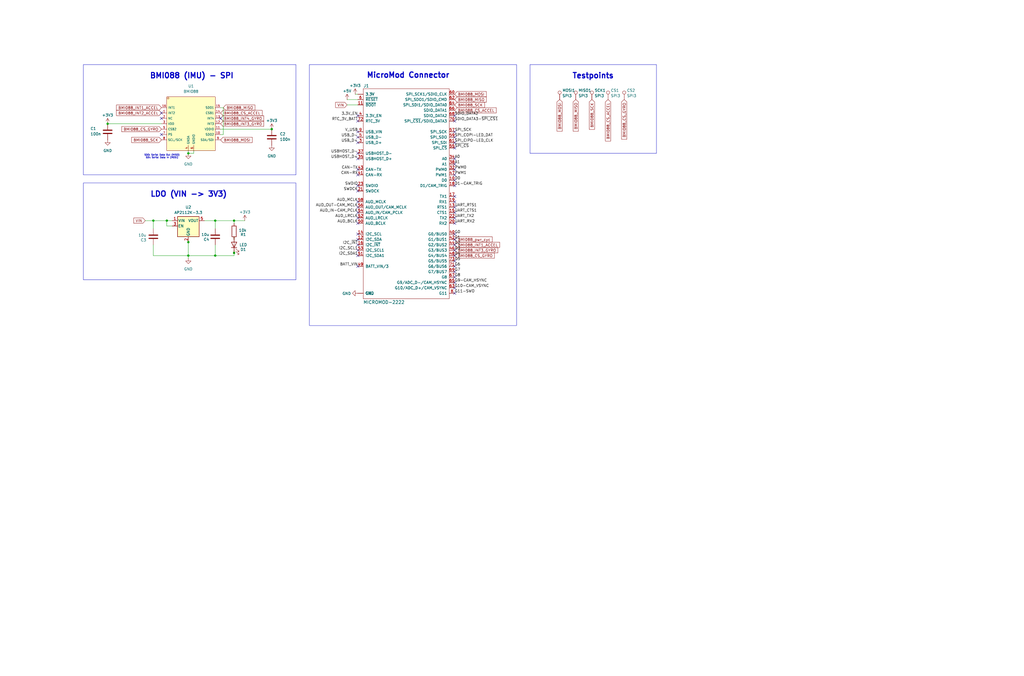
<source format=kicad_sch>
(kicad_sch (version 20250114) (generator "eeschema") (generator_version "9.0")
  (paper "User" 483.387 319.227)
  (lib_symbols
    (symbol "BMI088:BMI088"
      (property "Reference" "U" (at 0 1.27 0))
      (property "Value" "BMI088" (at 0 -2.54 0))
      (symbol "BMI088_0_1"
        (rectangle (start -11.43 12.7) (end 11.43 -12.7) (fill (type background)))
        (circle (center -10.795 12.065) (radius 0.381) (fill (type background)))
        (pin unspecified line (at -13.97 7.62 0) (length 2.54) (name "INT1") (number "16"))
        (pin unspecified line (at -13.97 5.08 0) (length 2.54) (name "INT2") (number "1"))
        (pin unspecified line (at -13.97 2.54 0) (length 2.54) (name "NC") (number "2"))
        (pin unspecified line (at -13.97 0 0) (length 2.54) (name "VDD") (number "3"))
        (pin unspecified line (at -13.97 -2.54 0) (length 2.54) (name "CSB2") (number "5"))
        (pin unspecified line (at -13.97 -5.08 0) (length 2.54) (name "PS") (number "7"))
        (pin unspecified line (at -13.97 -7.62 0) (length 2.54) (name "SCL/SCK") (number "8"))
        (pin unspecified line (at -1.27 -12.7 90) (length 2.54) (name "GNDA") (number "4"))
        (pin unspecified line (at 1.27 -12.7 90) (length 2.54) (name "GNDIO") (number "6"))
        (pin unspecified line (at 13.97 7.62 180) (length 2.54) (name "SDO1") (number "15"))
        (pin unspecified line (at 13.97 5.08 180) (length 2.54) (name "CSB1") (number "14"))
        (pin unspecified line (at 13.97 2.54 180) (length 2.54) (name "INT4") (number "13"))
        (pin unspecified line (at 13.97 0 180) (length 2.54) (name "INT3") (number "12"))
        (pin unspecified line (at 13.97 -2.54 180) (length 2.54) (name "VDDIO") (number "11"))
        (pin unspecified line (at 13.97 -5.08 180) (length 2.54) (name "SDO2") (number "10"))
        (pin unspecified line (at 13.97 -7.62 180) (length 2.54) (name "SDA/SDI") (number "9"))
      )
    )
    (symbol "Connector:TestPoint" (pin_numbers (hide yes)) (pin_names (offset 0.762) (hide yes))
      (property "Reference" "TP" (at 0 6.858 0))
      (property "Value" "TestPoint" (at 0 5.08 0))
      (symbol "TestPoint_0_1"
        (circle (center 0 3.302) (radius 0.762))
      )
      (symbol "TestPoint_1_1"
        (pin passive line (at 0 0 90) (length 2.54) (name "1") (number "1"))
      )
    )
    (symbol "Device:C" (pin_numbers (hide yes)) (pin_names (offset 0.254))
      (property "Reference" "C" (at 0.635 2.54 0))
      (property "Value" "C" (at 0.635 -2.54 0))
      (symbol "C_0_1"
        (polyline (pts (xy -2.032 0.762) (xy 2.032 0.762)) (stroke (width 0.508)))
        (polyline (pts (xy -2.032 -0.762) (xy 2.032 -0.762)) (stroke (width 0.508)))
      )
      (symbol "C_1_1"
        (pin passive line (at 0 3.81 270) (length 2.794) (name "~") (number "1"))
        (pin passive line (at 0 -3.81 90) (length 2.794) (name "~") (number "2"))
      )
    )
    (symbol "Device:LED" (pin_numbers (hide yes)) (pin_names (offset 1.016) (hide yes))
      (property "Reference" "D" (at 0 2.54 0))
      (property "Value" "LED" (at 0 -2.54 0))
      (symbol "LED_0_1"
        (polyline (pts (xy -3.048 -0.762) (xy -4.572 -2.286) (xy -3.81 -2.286) (xy -4.572 -2.286) (xy -4.572 -1.524)))
        (polyline (pts (xy -1.778 -0.762) (xy -3.302 -2.286) (xy -2.54 -2.286) (xy -3.302 -2.286) (xy -3.302 -1.524)))
        (polyline (pts (xy -1.27 0) (xy 1.27 0)))
        (polyline (pts (xy -1.27 -1.27) (xy -1.27 1.27)) (stroke (width 0.254)))
        (polyline (pts (xy 1.27 -1.27) (xy 1.27 1.27) (xy -1.27 0) (xy 1.27 -1.27)) (stroke (width 0.254)))
      )
      (symbol "LED_1_1"
        (pin passive line (at -3.81 0 0) (length 2.54) (name "K") (number "1"))
        (pin passive line (at 3.81 0 180) (length 2.54) (name "A") (number "2"))
      )
    )
    (symbol "Device:R" (pin_numbers (hide yes)) (pin_names (offset 0))
      (property "Reference" "R" (at 2.032 0 90))
      (property "Value" "R" (at 0 0 90))
      (symbol "R_0_1"
        (rectangle (start -1.016 -2.54) (end 1.016 2.54) (stroke (width 0.254)))
      )
      (symbol "R_1_1"
        (pin passive line (at 0 3.81 270) (length 1.27) (name "~") (number "1"))
        (pin passive line (at 0 -3.81 90) (length 1.27) (name "~") (number "2"))
      )
    )
    (symbol "MicroMod_Processor_Board_(2):MICROMOD-2222" (pin_names (offset 1.016))
      (property "Reference" "J" (at -20.32 53.848 0))
      (property "Value" "MICROMOD-2222" (at -20.32 -48.26 0))
      (symbol "MICROMOD-2222_1_0"
        (polyline (pts (xy -20.32 53.34) (xy 20.32 53.34)))
        (polyline (pts (xy -20.32 -45.72) (xy -20.32 53.34)))
        (polyline (pts (xy 20.32 53.34) (xy 20.32 -45.72)))
        (polyline (pts (xy 20.32 -45.72) (xy -20.32 -45.72)))
        (pin bidirectional line (at -22.86 50.8 0) (length 2.54) (name "3.3V") (number "2"))
        (pin bidirectional line (at -22.86 50.8 0) (length 2.54) (name "3.3V") (number "74"))
        (pin bidirectional line (at -22.86 48.26 0) (length 2.54) (name "~{RESET}") (number "6"))
        (pin bidirectional line (at -22.86 45.72 0) (length 2.54) (name "~{BOOT}") (number "11"))
        (pin bidirectional line (at -22.86 40.64 0) (length 2.54) (name "3.3V_EN") (number "4"))
        (pin bidirectional line (at -22.86 38.1 0) (length 2.54) (name "RTC_3V") (number "72"))
        (pin bidirectional line (at -22.86 33.02 0) (length 2.54) (name "USB_VIN") (number "9"))
        (pin bidirectional line (at -22.86 30.48 0) (length 2.54) (name "USB_D-") (number "5"))
        (pin bidirectional line (at -22.86 27.94 0) (length 2.54) (name "USB_D+") (number "3"))
        (pin bidirectional line (at -22.86 22.86 0) (length 2.54) (name "USBHOST_D-") (number "37"))
        (pin bidirectional line (at -22.86 20.32 0) (length 2.54) (name "USBHOST_D+") (number "35"))
        (pin bidirectional line (at -22.86 15.24 0) (length 2.54) (name "CAN-TX") (number "43"))
        (pin bidirectional line (at -22.86 12.7 0) (length 2.54) (name "CAN-RX") (number "41"))
        (pin bidirectional line (at -22.86 7.62 0) (length 2.54) (name "SWDIO") (number "23"))
        (pin bidirectional line (at -22.86 5.08 0) (length 2.54) (name "SWDCK") (number "21"))
        (pin bidirectional line (at -22.86 0 0) (length 2.54) (name "AUD_MCLK") (number "58"))
        (pin bidirectional line (at -22.86 -2.54 0) (length 2.54) (name "AUD_OUT/CAM_MCLK") (number "56"))
        (pin bidirectional line (at -22.86 -5.08 0) (length 2.54) (name "AUD_IN/CAM_PCLK") (number "54"))
        (pin bidirectional line (at -22.86 -7.62 0) (length 2.54) (name "AUD_LRCLK") (number "52"))
        (pin bidirectional line (at -22.86 -10.16 0) (length 2.54) (name "AUD_BCLK") (number "50"))
        (pin bidirectional line (at -22.86 -15.24 0) (length 2.54) (name "I2C_SCL") (number "14"))
        (pin bidirectional line (at -22.86 -17.78 0) (length 2.54) (name "I2C_SDA") (number "12"))
        (pin bidirectional line (at -22.86 -20.32 0) (length 2.54) (name "I2C_~{INT}") (number "16"))
        (pin bidirectional line (at -22.86 -22.86 0) (length 2.54) (name "I2C_SCL1") (number "53"))
        (pin bidirectional line (at -22.86 -25.4 0) (length 2.54) (name "I2C_SDA1") (number "51"))
        (pin bidirectional line (at -22.86 -30.48 0) (length 2.54) (name "BATT_VIN/3") (number "49"))
        (pin bidirectional line (at -22.86 -43.18 0) (length 2.54) (name "GND") (number "1"))
        (pin bidirectional line (at -22.86 -43.18 0) (length 2.54) (name "GND") (number "33"))
        (pin bidirectional line (at -22.86 -43.18 0) (length 2.54) (name "GND") (number "36"))
        (pin bidirectional line (at -22.86 -43.18 0) (length 2.54) (name "GND") (number "39"))
        (pin bidirectional line (at -22.86 -43.18 0) (length 2.54) (name "GND") (number "45"))
        (pin bidirectional line (at -22.86 -43.18 0) (length 2.54) (name "GND") (number "7"))
        (pin bidirectional line (at -22.86 -43.18 0) (length 2.54) (name "GND") (number "75"))
        (pin bidirectional line (at -22.86 -43.18 0) (length 2.54) (name "GND") (number "GND1"))
        (pin bidirectional line (at -22.86 -43.18 0) (length 2.54) (name "GND") (number "GND2"))
        (pin bidirectional line (at -22.86 -43.18 0) (length 2.54) (name "GND") (number "GND3"))
        (pin bidirectional line (at 22.86 50.8 180) (length 2.54) (name "SPI_SCK1/SDIO_CLK") (number "60"))
        (pin bidirectional line (at 22.86 48.26 180) (length 2.54) (name "SPI_SDO1/SDIO_CMD") (number "62"))
        (pin bidirectional line (at 22.86 45.72 180) (length 2.54) (name "SPI_SDI1/SDIO_DATA0") (number "64"))
        (pin bidirectional line (at 22.86 43.18 180) (length 2.54) (name "SDIO_DATA1") (number "66"))
        (pin bidirectional line (at 22.86 40.64 180) (length 2.54) (name "SDIO_DATA2") (number "68"))
        (pin bidirectional line (at 22.86 38.1 180) (length 2.54) (name "SPI_~{CS1}/SDIO_DATA3") (number "70"))
        (pin bidirectional line (at 22.86 33.02 180) (length 2.54) (name "SPI_SCK") (number "57"))
        (pin bidirectional line (at 22.86 30.48 180) (length 2.54) (name "SPI_SDO") (number "59"))
        (pin bidirectional line (at 22.86 27.94 180) (length 2.54) (name "SPI_SDI") (number "61"))
        (pin bidirectional line (at 22.86 25.4 180) (length 2.54) (name "SPI_~{CS}") (number "55"))
        (pin bidirectional line (at 22.86 20.32 180) (length 2.54) (name "A0") (number "34"))
        (pin bidirectional line (at 22.86 17.78 180) (length 2.54) (name "A1") (number "38"))
        (pin bidirectional line (at 22.86 15.24 180) (length 2.54) (name "PWM0") (number "32"))
        (pin bidirectional line (at 22.86 12.7 180) (length 2.54) (name "PWM1") (number "47"))
        (pin bidirectional line (at 22.86 10.16 180) (length 2.54) (name "D0") (number "10"))
        (pin bidirectional line (at 22.86 7.62 180) (length 2.54) (name "D1/CAM_TRIG") (number "18"))
        (pin bidirectional line (at 22.86 2.54 180) (length 2.54) (name "TX1") (number "17"))
        (pin bidirectional line (at 22.86 0 180) (length 2.54) (name "RX1") (number "19"))
        (pin bidirectional line (at 22.86 -2.54 180) (length 2.54) (name "RTS1") (number "13"))
        (pin bidirectional line (at 22.86 -5.08 180) (length 2.54) (name "CTS1") (number "15"))
        (pin bidirectional line (at 22.86 -7.62 180) (length 2.54) (name "TX2") (number "22"))
        (pin bidirectional line (at 22.86 -10.16 180) (length 2.54) (name "RX2") (number "20"))
        (pin bidirectional line (at 22.86 -15.24 180) (length 2.54) (name "G0/BUS0") (number "40"))
        (pin bidirectional line (at 22.86 -17.78 180) (length 2.54) (name "G1/BUS1") (number "42"))
        (pin bidirectional line (at 22.86 -20.32 180) (length 2.54) (name "G2/BUS2") (number "44"))
        (pin bidirectional line (at 22.86 -22.86 180) (length 2.54) (name "G3/BUS3") (number "46"))
        (pin bidirectional line (at 22.86 -25.4 180) (length 2.54) (name "G4/BUS4") (number "48"))
        (pin bidirectional line (at 22.86 -27.94 180) (length 2.54) (name "G5/BUS5") (number "73"))
        (pin bidirectional line (at 22.86 -30.48 180) (length 2.54) (name "G6/BUS6") (number "71"))
        (pin bidirectional line (at 22.86 -33.02 180) (length 2.54) (name "G7/BUS7") (number "69"))
        (pin bidirectional line (at 22.86 -35.56 180) (length 2.54) (name "G8") (number "67"))
        (pin bidirectional line (at 22.86 -38.1 180) (length 2.54) (name "G9/ADC_D-/CAM_HSYNC") (number "65"))
        (pin bidirectional line (at 22.86 -40.64 180) (length 2.54) (name "G10/ADC_D+/CAM_VSYNC") (number "63"))
        (pin bidirectional line (at 22.86 -43.18 180) (length 2.54) (name "G11") (number "8"))
      )
    )
    (symbol "Regulator_Linear:AP2112K-3.3" (pin_names (offset 0.254))
      (property "Reference" "U" (at -5.08 5.715 0))
      (property "Value" "AP2112K-3.3" (at 0 5.715 0))
      (symbol "AP2112K-3.3_0_1"
        (rectangle (start -5.08 4.445) (end 5.08 -5.08) (stroke (width 0.254)) (fill (type background)))
      )
      (symbol "AP2112K-3.3_1_1"
        (pin power_in line (at -7.62 2.54 0) (length 2.54) (name "VIN") (number "1"))
        (pin input line (at -7.62 0 0) (length 2.54) (name "EN") (number "3"))
        (pin power_in line (at 0 -7.62 90) (length 2.54) (name "GND") (number "2"))
        (pin no_connect line (at 5.08 0 180) (length 2.54) (hide yes) (name "NC") (number "4"))
        (pin power_out line (at 7.62 2.54 180) (length 2.54) (name "VOUT") (number "5"))
      )
    )
    (symbol "power:+3V3" (power) (pin_numbers (hide yes)) (pin_names (offset 0) (hide yes))
      (property "Value" "+3V3" (at 0 3.556 0))
      (symbol "+3V3_0_1"
        (polyline (pts (xy -0.762 1.27) (xy 0 2.54)))
        (polyline (pts (xy 0 2.54) (xy 0.762 1.27)))
        (polyline (pts (xy 0 0) (xy 0 2.54)))
      )
      (symbol "+3V3_1_1"
        (pin power_in line (at 0 0 90) (length 0) (name "~") (number "1"))
      )
    )
    (symbol "power:GND" (power) (pin_numbers (hide yes)) (pin_names (offset 0) (hide yes))
      (property "Value" "GND" (at 0 -3.81 0))
      (symbol "GND_0_1"
        (polyline (pts (xy 0 0) (xy 0 -1.27) (xy 1.27 -1.27) (xy 0 -2.54) (xy -1.27 -1.27) (xy 0 -1.27)))
      )
      (symbol "GND_1_1"
        (pin power_in line (at 0 0 270) (length 0) (name "~") (number "1"))
      )
    )
  )
  (rectangle (start 146.05 30.48) (end 243.84 153.67))
  (rectangle (start 39.37 86.36) (end 139.7 132.08))
  (rectangle (start 39.37 30.48) (end 139.7 82.55))
  (rectangle (start 250.19 30.48) (end 309.88 72.39))
  (text "Testpoints" (at 270.002 37.338 0) (effects (font (size 2.54 2.54) (thickness 0.508) (bold yes)) (justify left bottom)))
  (text "BMI088 (IMU) - SPI" (at 70.612 37.338 0) (effects (font (size 2.54 2.54) (thickness 0.508) (bold yes)) (justify left bottom)))
  (text "SDO: Serial Data Out (MISO)\nSDI: Serial Data In (MOSI)" (at 76.454 73.914 0) (effects (font (size 0.762 0.762))))
  (text "MicroMod Connector" (at 172.974 37.084 0) (effects (font (size 2.54 2.54) (thickness 0.508) (bold yes)) (justify left bottom)))
  (text "LDO (VIN -> 3V3)" (at 70.866 93.218 0) (effects (font (size 2.54 2.54) (thickness 0.508) (bold yes)) (justify left bottom)))
  (junction (at 78.74 104.14))
  (junction (at 50.8 58.42))
  (junction (at 72.39 104.14))
  (junction (at 128.27 60.96))
  (junction (at 88.9 120.65))
  (junction (at 110.49 104.14))
  (junction (at 101.6 104.14))
  (junction (at 88.9 72.39))
  (junction (at 101.6 120.65))
  (junction (at 110.49 119.38))
  (junction (at 88.9 114.3))
  (no_connect (at 214.63 135.89))
  (no_connect (at 168.91 72.39))
  (no_connect (at 214.63 100.33))
  (no_connect (at 214.63 74.93))
  (no_connect (at 214.63 69.85))
  (no_connect (at 76.2 63.5))
  (no_connect (at 214.63 133.35))
  (no_connect (at 168.91 90.17))
  (no_connect (at 168.91 62.23))
  (no_connect (at 214.63 113.03))
  (no_connect (at 168.91 110.49))
  (no_connect (at 214.63 138.43))
  (no_connect (at 214.63 102.87))
  (no_connect (at 214.63 97.79))
  (no_connect (at 214.63 54.61))
  (no_connect (at 168.91 100.33))
  (no_connect (at 214.63 125.73))
  (no_connect (at 168.91 74.93))
  (no_connect (at 168.91 125.73))
  (no_connect (at 168.91 64.77))
  (no_connect (at 168.91 54.61))
  (no_connect (at 168.91 102.87))
  (no_connect (at 214.63 115.57))
  (no_connect (at 214.63 130.81))
  (no_connect (at 214.63 123.19))
  (no_connect (at 214.63 87.63))
  (no_connect (at 214.63 128.27))
  (no_connect (at 214.63 105.41))
  (no_connect (at 214.63 82.55))
  (no_connect (at 214.63 57.15))
  (no_connect (at 168.91 118.11))
  (no_connect (at 214.63 67.31))
  (no_connect (at 168.91 57.15))
  (no_connect (at 168.91 120.65))
  (no_connect (at 214.63 85.09))
  (no_connect (at 168.91 105.41))
  (no_connect (at 214.63 95.25))
  (no_connect (at 214.63 110.49))
  (no_connect (at 214.63 77.47))
  (no_connect (at 76.2 55.88))
  (no_connect (at 168.91 87.63))
  (no_connect (at 168.91 80.01))
  (no_connect (at 214.63 80.01))
  (no_connect (at 76.2 53.34))
  (no_connect (at 214.63 64.77))
  (no_connect (at 104.14 55.88))
  (no_connect (at 214.63 92.71))
  (no_connect (at 214.63 120.65))
  (no_connect (at 168.91 113.03))
  (no_connect (at 214.63 118.11))
  (no_connect (at 168.91 97.79))
  (no_connect (at 168.91 115.57))
  (no_connect (at 168.91 67.31))
  (no_connect (at 168.91 82.55))
  (no_connect (at 168.91 95.25))
  (no_connect (at 214.63 62.23))
  (wire (pts (xy 88.9 121.92) (xy 88.9 120.65)))
  (wire (pts (xy 68.58 104.14) (xy 72.39 104.14)))
  (wire (pts (xy 105.41 50.8) (xy 104.14 50.8)))
  (wire (pts (xy 81.28 106.68) (xy 78.74 106.68)))
  (wire (pts (xy 91.44 71.12) (xy 91.44 72.39)))
  (wire (pts (xy 105.41 63.5) (xy 105.41 50.8)))
  (wire (pts (xy 167.64 44.45) (xy 168.91 44.45)))
  (wire (pts (xy 110.49 111.76) (xy 110.49 113.03)))
  (wire (pts (xy 105.41 63.5) (xy 104.14 63.5)))
  (wire (pts (xy 72.39 107.95) (xy 72.39 104.14)))
  (wire (pts (xy 101.6 115.57) (xy 101.6 120.65)))
  (wire (pts (xy 163.83 46.99) (xy 168.91 46.99)))
  (wire (pts (xy 110.49 119.38) (xy 110.49 120.65)))
  (wire (pts (xy 78.74 106.68) (xy 78.74 104.14)))
  (wire (pts (xy 110.49 105.41) (xy 110.49 104.14)))
  (wire (pts (xy 101.6 107.95) (xy 101.6 104.14)))
  (wire (pts (xy 72.39 115.57) (xy 72.39 120.65)))
  (wire (pts (xy 104.14 60.96) (xy 128.27 60.96)))
  (wire (pts (xy 110.49 104.14) (xy 115.57 104.14)))
  (wire (pts (xy 110.49 118.11) (xy 110.49 119.38)))
  (wire (pts (xy 163.83 49.53) (xy 168.91 49.53)))
  (wire (pts (xy 88.9 113.03) (xy 88.9 114.3)))
  (wire (pts (xy 101.6 120.65) (xy 88.9 120.65)))
  (wire (pts (xy 88.9 114.3) (xy 88.9 120.65)))
  (wire (pts (xy 88.9 72.39) (xy 88.9 71.12)))
  (wire (pts (xy 78.74 104.14) (xy 81.28 104.14)))
  (wire (pts (xy 72.39 120.65) (xy 88.9 120.65)))
  (wire (pts (xy 91.44 72.39) (xy 88.9 72.39)))
  (wire (pts (xy 101.6 104.14) (xy 96.52 104.14)))
  (wire (pts (xy 110.49 120.65) (xy 101.6 120.65)))
  (wire (pts (xy 72.39 104.14) (xy 78.74 104.14)))
  (wire (pts (xy 110.49 104.14) (xy 101.6 104.14)))
  (wire (pts (xy 50.8 58.42) (xy 76.2 58.42)))
  (label "SDIO_DATA2" (at 214.63 54.61 0))
  (label "I2C_SCL1" (at 168.91 118.11 180))
  (label "G11-SWO" (at 214.63 138.43 0))
  (label "SPI_COPI-LED_DAT" (at 214.63 64.77 0))
  (label "V_USB" (at 168.91 62.23 180))
  (label "G4" (at 214.63 120.65 0))
  (label "AUD_OUT-CAM_MCLK" (at 168.91 97.79 180))
  (label "UART_CTS1" (at 214.63 100.33 0))
  (label "G9-CAM_HSYNC" (at 214.63 133.35 0))
  (label "SPI_SCK" (at 214.63 62.23 0))
  (label "G5" (at 214.63 123.19 0))
  (label "G6" (at 214.63 125.73 0))
  (label "AUD_BCLK" (at 168.91 105.41 180))
  (label "D0" (at 214.63 85.09 0))
  (label "D1-CAM_TRIG" (at 214.63 87.63 0))
  (label "G1" (at 214.63 113.03 0))
  (label "3.3V_EN" (at 168.91 54.61 180))
  (label "SWDIO" (at 168.91 87.63 180))
  (label "~{SPI_CS}" (at 214.63 69.85 0))
  (label "CAN-RX" (at 168.91 82.55 180))
  (label "RTC_3V_BATT" (at 168.91 57.15 180))
  (label "G2" (at 214.63 115.57 0))
  (label "G8" (at 214.63 130.81 0))
  (label "SDIO_DATA3-~{SPI_CS1}" (at 214.63 57.15 0))
  (label "AUD_LRCLK" (at 168.91 102.87 180))
  (label "USB_D-" (at 168.91 64.77 180))
  (label "USBHOST_D-" (at 168.91 72.39 180))
  (label "G3" (at 214.63 118.11 0))
  (label "G7" (at 214.63 128.27 0))
  (label "I2C_SDA1" (at 168.91 120.65 180))
  (label "PWM0" (at 214.63 80.01 0))
  (label "AUD_MCLK" (at 168.91 95.25 180))
  (label "UART_RTS1" (at 214.63 97.79 0))
  (label "SWDCK" (at 168.91 90.17 180))
  (label "G10-CAM_VSYNC" (at 214.63 135.89 0))
  (label "I2C_~{INT}" (at 168.91 115.57 180))
  (label "A0" (at 214.63 74.93 0))
  (label "SPI_CIPO-LED_CLK" (at 214.63 67.31 0))
  (label "PWM1" (at 214.63 82.55 0))
  (label "BATT_VIN" (at 168.91 125.73 180))
  (label "USBHOST_D+" (at 168.91 74.93 180))
  (label "USB_D+" (at 168.91 67.31 180))
  (label "A1" (at 214.63 77.47 0))
  (label "CAN-TX" (at 168.91 80.01 180))
  (label "G0" (at 214.63 110.49 0))
  (label "UART_RX2" (at 214.63 105.41 0))
  (label "AUD_IN-CAM_PCLK" (at 168.91 100.33 180))
  (label "UART_TX2" (at 214.63 102.87 0))
  (global_label "BMI088_INT2_ACCEL" (shape input) (at 76.2 53.34 180) (property "Intersheetrefs" "${INTERSHEET_REFS}" (effects (hide yes))))
  (global_label "BMI088_pwr_cyc" (shape input) (at 214.63 113.03 0) (property "Intersheetrefs" "${INTERSHEET_REFS}" (effects (hide yes))))
  (global_label "BMI088_MOSI" (shape input) (at 214.63 44.45 0) (property "Intersheetrefs" "${INTERSHEET_REFS}" (effects (hide yes))))
  (global_label "BMI088_MISO" (shape input) (at 271.78 46.99 270) (property "Intersheetrefs" "${INTERSHEET_REFS}" (effects (hide yes))))
  (global_label "BMI088_SCK" (shape input) (at 279.4 46.99 270) (property "Intersheetrefs" "${INTERSHEET_REFS}" (effects (hide yes))))
  (global_label "BMI088_CS_GYRO" (shape input) (at 214.63 120.65 0) (property "Intersheetrefs" "${INTERSHEET_REFS}" (effects (hide yes))))
  (global_label "BMI088_CS_GYRO" (shape input) (at 76.2 60.96 180) (property "Intersheetrefs" "${INTERSHEET_REFS}" (effects (hide yes))))
  (global_label "BMI088_SCK" (shape input) (at 214.63 49.53 0) (property "Intersheetrefs" "${INTERSHEET_REFS}" (effects (hide yes))))
  (global_label "BMI088_CS_ACCEL" (shape input) (at 287.02 46.99 270) (property "Intersheetrefs" "${INTERSHEET_REFS}" (effects (hide yes))))
  (global_label "BMI088_INT3_GYRO" (shape input) (at 104.14 58.42 0) (property "Intersheetrefs" "${INTERSHEET_REFS}" (effects (hide yes))))
  (global_label "BMI088_MOSI" (shape input) (at 104.14 66.04 0) (property "Intersheetrefs" "${INTERSHEET_REFS}" (effects (hide yes))))
  (global_label "BMI088_CS_ACCEL" (shape input) (at 104.14 53.34 0) (property "Intersheetrefs" "${INTERSHEET_REFS}" (effects (hide yes))))
  (global_label "BMI088_SCK" (shape input) (at 76.2 66.04 180) (property "Intersheetrefs" "${INTERSHEET_REFS}" (effects (hide yes))))
  (global_label "BMI088_MISO" (shape input) (at 105.41 50.8 0) (property "Intersheetrefs" "${INTERSHEET_REFS}" (effects (hide yes))))
  (global_label "BMI088_INT4_GYRO" (shape input) (at 104.14 55.88 0) (property "Intersheetrefs" "${INTERSHEET_REFS}" (effects (hide yes))))
  (global_label "BMI088_INT3_GYRO" (shape input) (at 214.63 118.11 0) (property "Intersheetrefs" "${INTERSHEET_REFS}" (effects (hide yes))))
  (global_label "BMI088_MISO" (shape input) (at 214.63 46.99 0) (property "Intersheetrefs" "${INTERSHEET_REFS}" (effects (hide yes))))
  (global_label "BMI088_INT1_ACCEL" (shape input) (at 214.63 115.57 0) (property "Intersheetrefs" "${INTERSHEET_REFS}" (effects (hide yes))))
  (global_label "VIN" (shape input) (at 163.83 49.53 180) (property "Intersheetrefs" "${INTERSHEET_REFS}" (effects (hide yes))))
  (global_label "VIN" (shape input) (at 68.58 104.14 180) (property "Intersheetrefs" "${INTERSHEET_REFS}" (effects (hide yes))))
  (global_label "BMI088_CS_GYRO" (shape input) (at 294.64 46.99 270) (property "Intersheetrefs" "${INTERSHEET_REFS}" (effects (hide yes))))
  (global_label "BMI088_CS_ACCEL" (shape input) (at 214.63 52.07 0) (property "Intersheetrefs" "${INTERSHEET_REFS}" (effects (hide yes))))
  (global_label "BMI088_MOSI" (shape input) (at 264.16 46.99 270) (property "Intersheetrefs" "${INTERSHEET_REFS}" (effects (hide yes))))
  (global_label "BMI088_INT1_ACCEL" (shape input) (at 76.2 50.8 180) (property "Intersheetrefs" "${INTERSHEET_REFS}" (effects (hide yes))))
  (symbol (lib_id "MicroMod_Processor_Board_(2):MICROMOD-2222") (at 191.77 95.25 0) (unit 1)
    (property "Reference" "J1" (at 171.45 41.402 0) (effects (font (size 1.4986 1.4986)) (justify left bottom)))
    (property "Value" "MICROMOD-2222" (at 171.45 143.51 0) (effects (font (size 1.4986 1.4986)) (justify left bottom)))
    (property "Footprint" "SparkFun_MicroMod_ESP32:M.2-CARD-E-22" (effects (hide yes)))
  )
  (symbol (lib_id "power:GND") (at 168.91 138.43 270) (unit 1)
    (property "Reference" "#PWR0101" (effects (hide yes)))
    (property "Value" "GND" (at 165.6588 138.557 90) (effects (justify right)))
  )
  (symbol (lib_id "power:GND") (at 88.9 72.39 0) (unit 1)
    (property "Reference" "#PWR01" (effects (hide yes)))
    (property "Value" "GND" (at 88.9 77.47 0))
    (property "Description" "Power symbol creates a global label with name \"GND\" , ground" (effects (hide yes)))
  )
  (symbol (lib_id "Device:C") (at 101.6 111.76 0) (unit 1)
    (property "Reference" "C4" (at 98.806 113.03 0) (effects (justify right)))
    (property "Value" "10u" (at 98.806 110.744 0) (effects (justify right)))
    (property "Footprint" "Capacitor_SMD:C_1206_3216Metric" (effects (hide yes)))
    (property "Description" "Unpolarized capacitor" (effects (hide yes)))
  )
  (symbol (lib_id "Device:R") (at 110.49 109.22 0) (unit 1)
    (property "Reference" "R1" (at 114.808 110.744 0))
    (property "Value" "10k" (at 114.554 108.712 0))
    (property "Footprint" "Resistor_SMD:R_0603_1608Metric" (effects (hide yes)))
    (property "Description" "Resistor" (effects (hide yes)))
  )
  (symbol (lib_id "power:+3V3") (at 115.57 104.14 0) (mirror y) (unit 1)
    (property "Reference" "#PWR047" (effects (hide yes)))
    (property "Value" "+3V3" (at 115.57 100.076 0))
    (property "Description" "Power symbol creates a global label with name \"+3V3\"" (effects (hide yes)))
  )
  (symbol (lib_id "Connector:TestPoint") (at 279.4 46.99 0) (unit 1)
    (property "Reference" "SCK1" (at 280.67 42.672 0) (effects (justify left)))
    (property "Value" "SPI3" (at 280.67 45.212 0) (effects (justify left)))
    (property "Footprint" "TestPoint:TestPoint_Pad_D1.0mm" (effects (hide yes)))
    (property "Description" "test point" (effects (hide yes)))
  )
  (symbol (lib_id "power:+3V3") (at 50.8 58.42 0) (mirror y) (unit 1)
    (property "Reference" "#PWR048" (effects (hide yes)))
    (property "Value" "+3V3" (at 50.8 54.356 0))
    (property "Description" "Power symbol creates a global label with name \"+3V3\"" (effects (hide yes)))
  )
  (symbol (lib_id "Connector:TestPoint") (at 264.16 46.99 0) (unit 1)
    (property "Reference" "MOSI1" (at 265.43 42.672 0) (effects (justify left)))
    (property "Value" "SPI3" (at 265.43 45.212 0) (effects (justify left)))
    (property "Footprint" "TestPoint:TestPoint_Pad_D1.0mm" (effects (hide yes)))
    (property "Description" "test point" (effects (hide yes)))
  )
  (symbol (lib_id "BMI088:BMI088") (at 90.17 58.42 0) (unit 1)
    (property "Reference" "U1" (at 90.17 40.64 0))
    (property "Value" "BMI088" (at 90.17 43.18 0))
    (property "Footprint" "BMI088:LGA-16_L4.5-W3.0-P0.50-BL" (effects (hide yes)))
    (property "Datasheet" "https://item.szlcsc.com/202245.html" (effects (hide yes)))
    (property "LCSC" "C194919" (effects (hide yes)))
  )
  (symbol (lib_id "power:GND") (at 88.9 121.92 0) (unit 1)
    (property "Reference" "#PWR04" (effects (hide yes)))
    (property "Value" "GND" (at 88.9 127 0))
    (property "Description" "Power symbol creates a global label with name \"GND\" , ground" (effects (hide yes)))
  )
  (symbol (lib_id "Device:C") (at 50.8 62.23 0) (unit 1)
    (property "Reference" "C1" (at 42.672 60.706 0) (effects (justify left)))
    (property "Value" "100n" (at 42.672 63.246 0) (effects (justify left)))
    (property "Footprint" "Capacitor_SMD:C_0402_1005Metric" (effects (hide yes)))
    (property "Description" "Unpolarized capacitor" (effects (hide yes)))
  )
  (symbol (lib_id "power:+3V3") (at 163.83 46.99 0) (mirror y) (unit 1)
    (property "Reference" "#PWR061" (effects (hide yes)))
    (property "Value" "+5V" (at 163.83 42.926 0))
    (property "Description" "Power symbol creates a global label with name \"+3V3\"" (effects (hide yes)))
  )
  (symbol (lib_id "power:GND") (at 128.27 68.58 0) (unit 1)
    (property "Reference" "#PWR03" (effects (hide yes)))
    (property "Value" "GND" (at 128.27 73.66 0))
    (property "Description" "Power symbol creates a global label with name \"GND\" , ground" (effects (hide yes)))
  )
  (symbol (lib_id "Connector:TestPoint") (at 287.02 46.99 0) (unit 1)
    (property "Reference" "CS1" (at 288.29 42.672 0) (effects (justify left)))
    (property "Value" "SPI3" (at 288.29 45.212 0) (effects (justify left)))
    (property "Footprint" "TestPoint:TestPoint_Pad_D1.0mm" (effects (hide yes)))
    (property "Description" "test point" (effects (hide yes)))
  )
  (symbol (lib_id "power:+3V3") (at 128.27 60.96 0) (mirror y) (unit 1)
    (property "Reference" "#PWR049" (effects (hide yes)))
    (property "Value" "+3V3" (at 128.27 56.896 0))
    (property "Description" "Power symbol creates a global label with name \"+3V3\"" (effects (hide yes)))
  )
  (symbol (lib_id "Connector:TestPoint") (at 271.78 46.99 0) (unit 1)
    (property "Reference" "MISO1" (at 273.05 42.672 0) (effects (justify left)))
    (property "Value" "SPI3" (at 273.05 45.212 0) (effects (justify left)))
    (property "Footprint" "TestPoint:TestPoint_Pad_D1.0mm" (effects (hide yes)))
    (property "Description" "test point" (effects (hide yes)))
  )
  (symbol (lib_id "Regulator_Linear:AP2112K-3.3") (at 88.9 106.68 0) (unit 1)
    (property "Reference" "U2" (at 88.9 97.79 0))
    (property "Value" "AP2112K-3.3" (at 88.9 100.33 0))
    (property "Footprint" "Package_TO_SOT_SMD:SOT-23-5" (effects (hide yes)))
    (property "Datasheet" "https://www.diodes.com/assets/Datasheets/AP2112.pdf" (effects (hide yes)))
    (property "Description" "600mA low dropout linear regulator, with enable pin, 3.8V-6V input voltage range, 3.3V fixed positive output, SOT-23-5" (effects (hide yes)))
  )
  (symbol (lib_id "Device:C") (at 128.27 64.77 0) (unit 1)
    (property "Reference" "C2" (at 132.08 63.246 0) (effects (justify left)))
    (property "Value" "100n" (at 132.08 65.786 0) (effects (justify left)))
    (property "Footprint" "Capacitor_SMD:C_0402_1005Metric" (effects (hide yes)))
    (property "Description" "Unpolarized capacitor" (effects (hide yes)))
  )
  (symbol (lib_id "power:GND") (at 50.8 66.04 0) (unit 1)
    (property "Reference" "#PWR02" (effects (hide yes)))
    (property "Value" "GND" (at 50.8 71.12 0))
    (property "Description" "Power symbol creates a global label with name \"GND\" , ground" (effects (hide yes)))
  )
  (symbol (lib_id "Device:LED") (at 110.49 115.57 90) (unit 1)
    (property "Reference" "D1" (at 114.808 117.7925 90))
    (property "Value" "LED" (at 114.808 115.57 90))
    (property "Footprint" "LED_SMD:LED_0603_1608Metric" (effects (hide yes)))
    (property "Description" "Light emitting diode" (effects (hide yes)))
    (property "Sim.Pins" "1=K 2=A" (effects (hide yes)))
  )
  (symbol (lib_id "Connector:TestPoint") (at 294.64 46.99 0) (unit 1)
    (property "Reference" "CS2" (at 295.91 42.672 0) (effects (justify left)))
    (property "Value" "SPI3" (at 295.91 45.212 0) (effects (justify left)))
    (property "Footprint" "TestPoint:TestPoint_Pad_D1.0mm" (effects (hide yes)))
    (property "Description" "test point" (effects (hide yes)))
  )
  (symbol (lib_id "Device:C") (at 72.39 111.76 0) (unit 1)
    (property "Reference" "C3" (at 69.088 113.284 0) (effects (justify right)))
    (property "Value" "10u" (at 69.088 110.998 0) (effects (justify right)))
    (property "Footprint" "Capacitor_SMD:C_1206_3216Metric" (effects (hide yes)))
    (property "Description" "Unpolarized capacitor" (effects (hide yes)))
  )
  (symbol (lib_id "power:+3V3") (at 167.64 44.45 0) (mirror y) (unit 1)
    (property "Reference" "#PWR046" (effects (hide yes)))
    (property "Value" "+3V3" (at 167.64 40.386 0))
    (property "Description" "Power symbol creates a global label with name \"+3V3\"" (effects (hide yes)))
  )
)
</source>
